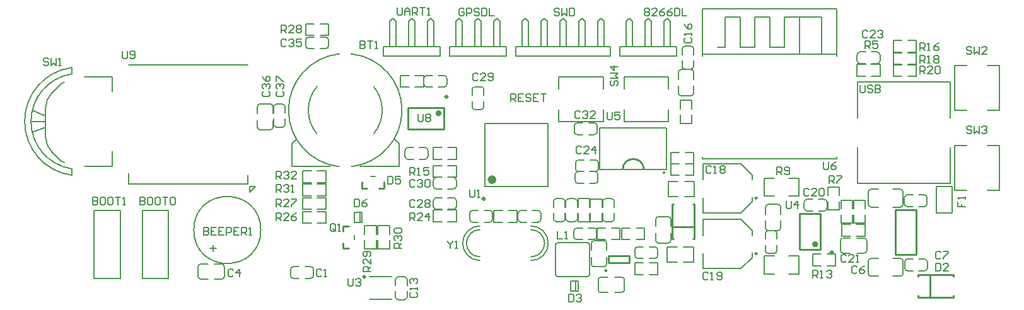
<source format=gto>
G04*
G04 #@! TF.GenerationSoftware,Altium Limited,Altium Designer,18.1.7 (191)*
G04*
G04 Layer_Color=65535*
%FSLAX25Y25*%
%MOIN*%
G70*
G01*
G75*
%ADD10C,0.00984*%
%ADD11C,0.00787*%
%ADD12C,0.01575*%
%ADD13C,0.01181*%
%ADD14C,0.00600*%
%ADD15C,0.01000*%
%ADD16C,0.00591*%
%ADD17C,0.02362*%
%ADD18C,0.00700*%
%ADD19C,0.00800*%
%ADD20C,0.00598*%
D10*
X383051Y55882D02*
G03*
X383051Y55882I-492J0D01*
G01*
Y26460D02*
G03*
X383051Y26460I-492J0D01*
G01*
X303602Y17594D02*
G03*
X303602Y17594I-492J0D01*
G01*
D11*
X387390Y28163D02*
G03*
X388965Y26588I1575J0D01*
G01*
X392035D02*
G03*
X393610Y28163I0J1575D01*
G01*
X393610Y37100D02*
G03*
X392035Y38675I-1575J-0D01*
G01*
X388965Y38675D02*
G03*
X387390Y37100I0J-1575D01*
G01*
X394051Y38663D02*
G03*
X395626Y40238I0J1575D01*
G01*
X387476Y40238D02*
G03*
X389051Y38663I1575J0D01*
G01*
X389051Y52600D02*
G03*
X387476Y51025I0J-1575D01*
G01*
X395626Y51025D02*
G03*
X394051Y52600I-1575J0D01*
G01*
X409531Y55242D02*
G03*
X407957Y53667I0J-1575D01*
G01*
Y50596D02*
G03*
X409531Y49022I1575J0D01*
G01*
X418469Y49022D02*
G03*
X420043Y50596I-0J1575D01*
G01*
X420043Y53667D02*
G03*
X418469Y55242I-1575J0D01*
G01*
X471386Y51390D02*
G03*
X472961Y52965I-0J1575D01*
G01*
Y56035D02*
G03*
X471386Y57610I-1575J0D01*
G01*
X462449Y57610D02*
G03*
X460874Y56035I0J-1575D01*
G01*
X460874Y52965D02*
G03*
X462449Y51390I1575J0D01*
G01*
X427127Y28220D02*
G03*
X428702Y26645I1575J0D01*
G01*
X428702Y34795D02*
G03*
X427127Y33220I0J-1575D01*
G01*
X441064Y33220D02*
G03*
X439489Y34795I-1575J-0D01*
G01*
X439489Y26645D02*
G03*
X441064Y28220I0J1575D01*
G01*
X443370Y23974D02*
G03*
X441795Y22400I0J-1575D01*
G01*
Y16100D02*
G03*
X443370Y14526I1575J0D01*
G01*
X458764D02*
G03*
X460339Y16100I0J1575D01*
G01*
Y22400D02*
G03*
X458764Y23974I-1575J0D01*
G01*
X471535Y17421D02*
G03*
X473110Y18996I-0J1575D01*
G01*
Y22067D02*
G03*
X471535Y23642I-1575J0D01*
G01*
X462598Y23642D02*
G03*
X461024Y22067I0J-1575D01*
G01*
X461024Y18996D02*
G03*
X462598Y17421I1575J0D01*
G01*
X144457Y136465D02*
G03*
X146031Y134890I1575J0D01*
G01*
X146031Y141110D02*
G03*
X144457Y139535I0J-1575D01*
G01*
X156543Y139535D02*
G03*
X154969Y141110I-1575J0D01*
G01*
Y134890D02*
G03*
X156543Y136465I-0J1575D01*
G01*
X132035Y93457D02*
G03*
X133610Y95031I0J1575D01*
G01*
X127390Y95031D02*
G03*
X128965Y93457I1575J0D01*
G01*
X128965Y105543D02*
G03*
X127390Y103969I0J-1575D01*
G01*
X133610D02*
G03*
X132035Y105543I-1575J-0D01*
G01*
X127075Y104252D02*
G03*
X125500Y105827I-1575J0D01*
G01*
X120500Y105827D02*
G03*
X118925Y104252I0J-1575D01*
G01*
X118925Y93465D02*
G03*
X120500Y91890I1575J0D01*
G01*
X125500Y91890D02*
G03*
X127075Y93464I0J1575D01*
G01*
X99894Y12925D02*
G03*
X101469Y14500I0J1575D01*
G01*
X101469Y19500D02*
G03*
X99894Y21075I-1575J-0D01*
G01*
X89106Y21075D02*
G03*
X87532Y19500I0J-1575D01*
G01*
X87532Y14500D02*
G03*
X89106Y12925I1575J0D01*
G01*
X138031Y19610D02*
G03*
X136457Y18035I0J-1575D01*
G01*
Y14965D02*
G03*
X138031Y13390I1575J-0D01*
G01*
X146968Y13390D02*
G03*
X148543Y14965I-0J1575D01*
G01*
X148543Y18035D02*
G03*
X146968Y19610I-1575J0D01*
G01*
X198110Y12662D02*
G03*
X196535Y14237I-1575J-0D01*
G01*
X193465D02*
G03*
X191890Y12662I0J-1575D01*
G01*
X191890Y3725D02*
G03*
X193465Y2150I1575J0D01*
G01*
X196535Y2150D02*
G03*
X198110Y3725I0J1575D01*
G01*
X224043Y65315D02*
G03*
X222468Y66890I-1575J0D01*
G01*
X222468Y60669D02*
G03*
X224043Y62244I-0J1575D01*
G01*
X211957Y62244D02*
G03*
X213531Y60669I1575J0D01*
G01*
Y66890D02*
G03*
X211957Y65315I0J-1575D01*
G01*
X224043Y54535D02*
G03*
X222468Y56110I-1575J0D01*
G01*
X222468Y49890D02*
G03*
X224043Y51465I-0J1575D01*
G01*
X211957Y51465D02*
G03*
X213531Y49890I1575J0D01*
G01*
Y56110D02*
G03*
X211957Y54535I0J-1575D01*
G01*
X286457Y90984D02*
G03*
X288032Y89410I1575J0D01*
G01*
X288032Y95630D02*
G03*
X286457Y94055I0J-1575D01*
G01*
X298543Y94055D02*
G03*
X296969Y95630I-1575J0D01*
G01*
Y89409D02*
G03*
X298543Y90984I-0J1575D01*
G01*
X286902Y65197D02*
G03*
X288476Y63622I1575J0D01*
G01*
X288476Y69842D02*
G03*
X286901Y68268I0J-1575D01*
G01*
X298988Y68268D02*
G03*
X297413Y69842I-1575J0D01*
G01*
Y63622D02*
G03*
X298988Y65197I-0J1575D01*
G01*
X283465Y55543D02*
G03*
X281890Y53969I0J-1575D01*
G01*
X288110Y53969D02*
G03*
X286535Y55543I-1575J-0D01*
G01*
X286535Y43457D02*
G03*
X288110Y45031I0J1575D01*
G01*
X281890D02*
G03*
X283465Y43457I1575J0D01*
G01*
X276965Y55543D02*
G03*
X275390Y53969I0J-1575D01*
G01*
X281610Y53969D02*
G03*
X280035Y55543I-1575J-0D01*
G01*
X280035Y43457D02*
G03*
X281610Y45031I0J1575D01*
G01*
X275390D02*
G03*
X276965Y43457I1575J0D01*
G01*
X256658Y44724D02*
G03*
X258232Y43150I1575J0D01*
G01*
X258232Y49370D02*
G03*
X256658Y47795I0J-1575D01*
G01*
X268744Y47795D02*
G03*
X267169Y49370I-1575J0D01*
G01*
Y43150D02*
G03*
X268744Y44724I-0J1575D01*
G01*
X243232Y47795D02*
G03*
X241657Y49370I-1575J0D01*
G01*
X241657Y43150D02*
G03*
X243232Y44724I-0J1575D01*
G01*
X231146Y44724D02*
G03*
X232720Y43150I1575J0D01*
G01*
Y49370D02*
G03*
X231146Y47795I0J-1575D01*
G01*
X349575Y122394D02*
G03*
X348000Y123969I-1575J0D01*
G01*
X343000Y123969D02*
G03*
X341425Y122394I0J-1575D01*
G01*
X341425Y111606D02*
G03*
X343000Y110031I1575J0D01*
G01*
X348000Y110031D02*
G03*
X349575Y111606I0J1575D01*
G01*
X343390Y125667D02*
G03*
X344965Y124092I1575J0D01*
G01*
X348035D02*
G03*
X349610Y125667I0J1575D01*
G01*
X349610Y134604D02*
G03*
X348035Y136179I-1575J-0D01*
G01*
X344965Y136179D02*
G03*
X343390Y134604I0J-1575D01*
G01*
X437532Y133183D02*
G03*
X435957Y131608I0J-1575D01*
G01*
Y128537D02*
G03*
X437532Y126962I1575J0D01*
G01*
X446468Y126962D02*
G03*
X448043Y128537I-0J1575D01*
G01*
X448043Y131608D02*
G03*
X446468Y133183I-1575J0D01*
G01*
X299165Y74535D02*
G03*
X297590Y76110I-1575J0D01*
G01*
X297591Y69890D02*
G03*
X299165Y71465I-0J1575D01*
G01*
X287079Y71465D02*
G03*
X288653Y69890I1575J0D01*
G01*
Y76110D02*
G03*
X287079Y74535I0J-1575D01*
G01*
X302965Y55543D02*
G03*
X301390Y53969I0J-1575D01*
G01*
X307610Y53969D02*
G03*
X306035Y55543I-1575J-0D01*
G01*
X306035Y43457D02*
G03*
X307610Y45031I0J1575D01*
G01*
X301390D02*
G03*
X302965Y43457I1575J0D01*
G01*
X237035Y102693D02*
G03*
X238610Y104268I0J1575D01*
G01*
X232390Y104268D02*
G03*
X233965Y102693I1575J0D01*
G01*
X233965Y114779D02*
G03*
X232390Y113205I0J-1575D01*
G01*
X238610D02*
G03*
X237035Y114779I-1575J-0D01*
G01*
X337575Y44526D02*
G03*
X336000Y46100I-1575J0D01*
G01*
X331000Y46100D02*
G03*
X329425Y44526I0J-1575D01*
G01*
X329425Y33738D02*
G03*
X331000Y32163I1575J0D01*
G01*
X336000Y32163D02*
G03*
X337575Y33738I0J1575D01*
G01*
X300606Y14075D02*
G03*
X299031Y12500I0J-1575D01*
G01*
X299031Y7500D02*
G03*
X300606Y5925I1575J0D01*
G01*
X311394Y5925D02*
G03*
X312968Y7500I0J1575D01*
G01*
X312968Y12500D02*
G03*
X311394Y14075I-1575J0D01*
G01*
X303575Y31894D02*
G03*
X302000Y33468I-1575J0D01*
G01*
X297000Y33468D02*
G03*
X295425Y31894I0J-1575D01*
G01*
X295425Y21106D02*
G03*
X297000Y19532I1575J0D01*
G01*
X302000Y19532D02*
G03*
X303575Y21106I0J1575D01*
G01*
X460339Y58995D02*
G03*
X458764Y60570I-1575J0D01*
G01*
Y51121D02*
G03*
X460339Y52696I0J1575D01*
G01*
X441795D02*
G03*
X443370Y51121I1575J0D01*
G01*
Y60570D02*
G03*
X441795Y58995I0J-1575D01*
G01*
X219043Y119252D02*
G03*
X217469Y120827I-1575J0D01*
G01*
X217469Y114606D02*
G03*
X219043Y116181I-0J1575D01*
G01*
X206957Y116181D02*
G03*
X208531Y114606I1575J0D01*
G01*
Y120827D02*
G03*
X206957Y119252I0J-1575D01*
G01*
X209043Y81041D02*
G03*
X207469Y82616I-1575J0D01*
G01*
X207469Y76396D02*
G03*
X209043Y77970I-0J1575D01*
G01*
X196957Y77970D02*
G03*
X198531Y76396I1575J0D01*
G01*
Y82616D02*
G03*
X196957Y81041I0J-1575D01*
G01*
X298293Y38535D02*
G03*
X296719Y40110I-1575J0D01*
G01*
X296719Y33890D02*
G03*
X298293Y35465I-0J1575D01*
G01*
X286207Y35465D02*
G03*
X287782Y33890I1575J0D01*
G01*
Y40110D02*
G03*
X286207Y38535I0J-1575D01*
G01*
X318457Y25465D02*
G03*
X320031Y23890I1575J0D01*
G01*
X320031Y30110D02*
G03*
X318457Y28535I0J-1575D01*
G01*
X330543Y28535D02*
G03*
X328969Y30110I-1575J0D01*
G01*
Y23890D02*
G03*
X330543Y25465I-0J1575D01*
G01*
X287287Y6563D02*
Y12075D01*
X288469Y6563D02*
Y12075D01*
X284531Y6563D02*
Y12075D01*
X288469D01*
X284531Y6563D02*
X288469D01*
X374587Y73992D02*
X380492Y68087D01*
X374587Y48008D02*
X380492Y53913D01*
X354508Y48008D02*
Y56079D01*
Y65528D02*
Y73992D01*
Y48008D02*
X374587D01*
X354508Y73992D02*
X374587D01*
X380492Y53913D02*
Y56472D01*
Y65528D02*
Y68087D01*
X374587Y44570D02*
X380492Y38665D01*
X374587Y18586D02*
X380492Y24492D01*
X354508Y18586D02*
Y26657D01*
Y36106D02*
Y44570D01*
Y18586D02*
X374587D01*
X354508Y44570D02*
X374587D01*
X380492Y24492D02*
Y27051D01*
Y36106D02*
Y38665D01*
X393610Y28163D02*
Y31057D01*
X393610Y34207D02*
Y37100D01*
X387390Y34207D02*
Y37100D01*
X388965Y26588D02*
X392035D01*
X388965Y38675D02*
X392035D01*
X387390Y28163D02*
Y31057D01*
X386728Y66356D02*
X392063D01*
X405272Y56907D02*
Y66356D01*
X386728Y56907D02*
Y66356D01*
Y56907D02*
X392063D01*
X399937D02*
X405272D01*
X399937Y66356D02*
X405272D01*
X395626Y47403D02*
Y51025D01*
Y40238D02*
Y43860D01*
X387476Y40238D02*
Y43860D01*
X389051Y38663D02*
X394051D01*
X387476Y47403D02*
Y51025D01*
X389051Y52600D02*
X394051D01*
X426610Y57207D02*
Y61675D01*
Y49589D02*
Y54057D01*
X420390Y57207D02*
Y61675D01*
Y49589D02*
X426610D01*
X420390Y61675D02*
X426610D01*
X420390Y49589D02*
Y54057D01*
X409531Y49022D02*
X412425D01*
X415575Y49022D02*
X418469D01*
X415575Y55242D02*
X418469D01*
X407957Y50596D02*
Y53667D01*
X420043Y50596D02*
Y53667D01*
X409531Y55242D02*
X412425D01*
X412457Y26242D02*
X416925D01*
X420075D02*
X424543D01*
X412457Y20021D02*
X416925D01*
X424543D02*
Y26242D01*
X412457Y20021D02*
Y26242D01*
X420075Y20021D02*
X424543D01*
X468492Y57610D02*
X471386D01*
X462449Y57610D02*
X465343D01*
X462449Y51390D02*
X465343D01*
X472961Y52965D02*
Y56035D01*
X460874Y52965D02*
Y56035D01*
X468492Y51390D02*
X471386D01*
X435867Y26645D02*
X439489D01*
X428702D02*
X432324D01*
X428702Y34795D02*
X432324D01*
X427127Y28220D02*
Y33220D01*
X435867Y34795D02*
X439489D01*
X441064Y28220D02*
Y33220D01*
X441795Y16100D02*
Y22400D01*
X460339Y16100D02*
Y22400D01*
X443370Y23974D02*
X447130D01*
X455004D02*
X458764D01*
X455004Y14526D02*
X458764D01*
X443370D02*
X447130D01*
X468642Y23642D02*
X471535D01*
X462598Y23642D02*
X465492D01*
X462598Y17421D02*
X465492D01*
X473110Y18996D02*
Y22067D01*
X461024Y18996D02*
Y22067D01*
X468642Y17421D02*
X471535D01*
X455151Y126682D02*
X459620D01*
X462769D02*
X467238D01*
X455151Y120462D02*
X459620D01*
X467238D02*
Y126682D01*
X455151Y120462D02*
Y126682D01*
X462769Y120462D02*
X467238D01*
X455151Y132683D02*
X459620D01*
X462769D02*
X467238D01*
X455151Y126462D02*
X459620D01*
X467238D02*
Y132683D01*
X455151Y126462D02*
Y132683D01*
X462769Y126462D02*
X467238D01*
X455151Y139182D02*
X459620D01*
X462769D02*
X467238D01*
X455151Y132962D02*
X459620D01*
X467238D02*
Y139182D01*
X455151Y132962D02*
Y139182D01*
X462769Y132962D02*
X467238D01*
X194587Y120827D02*
X199055D01*
X206673Y114606D02*
Y120827D01*
X194587Y114606D02*
Y120827D01*
X202205D02*
X206673D01*
X194587Y114606D02*
X199055D01*
X202205D02*
X206673D01*
X178819Y67175D02*
X181181D01*
X152075Y141890D02*
X156543D01*
X144457D02*
Y148110D01*
X156543Y141890D02*
Y148110D01*
X144457Y141890D02*
X148925D01*
X152075Y148110D02*
X156543D01*
X144457D02*
X148925D01*
X152075Y134890D02*
X154969D01*
X144457Y136465D02*
Y139535D01*
X156543Y136465D02*
Y139535D01*
X146031Y134890D02*
X148925D01*
X146031Y141110D02*
X148925D01*
X152075Y141110D02*
X154969D01*
X133610Y101075D02*
Y103969D01*
X128965Y93457D02*
X132035D01*
X128965Y105543D02*
X132035D01*
X133610Y95031D02*
Y97925D01*
X127390Y95031D02*
Y97925D01*
X127390Y101075D02*
Y103969D01*
X120500Y105827D02*
X125500D01*
X118925Y100630D02*
Y104252D01*
X120500Y91890D02*
X125500D01*
X118925Y93465D02*
Y97087D01*
X127075Y93464D02*
Y97087D01*
Y100630D02*
Y104252D01*
X101469Y14500D02*
Y19500D01*
X96272Y21075D02*
X99894D01*
X87532Y14500D02*
Y19500D01*
X89106Y21075D02*
X92728D01*
X89106Y12925D02*
X92728D01*
X96272D02*
X99894D01*
X138031Y13390D02*
X140925D01*
X144075Y13390D02*
X146968D01*
X144075Y19610D02*
X146968D01*
X136457Y14965D02*
Y18035D01*
X148543Y14965D02*
Y18035D01*
X138031Y19610D02*
X140925D01*
X175496Y29093D02*
Y33561D01*
Y41179D02*
X181717D01*
X175496Y29093D02*
X181717D01*
X175496Y36711D02*
Y41179D01*
X181717Y29093D02*
Y33561D01*
Y36711D02*
Y41179D01*
X182496Y29093D02*
Y33561D01*
Y41179D02*
X188716D01*
X182496Y29093D02*
X188716D01*
X182496Y36711D02*
Y41179D01*
X188716Y29093D02*
Y33561D01*
Y36711D02*
Y41179D01*
X170150Y33955D02*
Y36317D01*
X170331Y42880D02*
X174268D01*
X170331Y48392D02*
X174268D01*
X170331Y42880D02*
Y48392D01*
X174268Y42880D02*
Y48392D01*
X173087Y42880D02*
Y48392D01*
X142988Y63364D02*
X147457D01*
X155075Y57144D02*
Y63364D01*
X142988Y57144D02*
Y63364D01*
X150606D02*
X155075D01*
X142988Y57144D02*
X147457D01*
X150606D02*
X155075D01*
X142988Y70364D02*
X147457D01*
X155075Y64144D02*
Y70364D01*
X142988Y64144D02*
Y70364D01*
X150606D02*
X155075D01*
X142988Y64144D02*
X147457D01*
X150606D02*
X155075D01*
X345043Y73890D02*
X349512D01*
X337425D02*
Y80110D01*
X349512Y73890D02*
Y80110D01*
X337425Y73890D02*
X341894D01*
X345043Y80110D02*
X349512D01*
X337425D02*
X341894D01*
X345075Y67890D02*
X349543D01*
X337457D02*
Y74110D01*
X349543Y67890D02*
Y74110D01*
X337457Y67890D02*
X341925D01*
X345075Y74110D02*
X349543D01*
X337457D02*
X341925D01*
X220630Y135937D02*
X250630D01*
X220630Y130937D02*
Y135937D01*
X250630Y130937D02*
Y135937D01*
X220630Y130937D02*
X250630D01*
X247297Y135937D02*
Y149270D01*
X245630Y150937D02*
X247297Y149270D01*
X243963D02*
X245630Y150937D01*
X243963Y135937D02*
Y149270D01*
X237297Y135937D02*
Y149270D01*
X235630Y150937D02*
X237297Y149270D01*
X233963D02*
X235630Y150937D01*
X233963Y135937D02*
Y149270D01*
X227297Y135937D02*
Y149270D01*
X225630Y150937D02*
X227297Y149270D01*
X223963D02*
X225630Y150937D01*
X223963Y135937D02*
Y149270D01*
X191890Y9769D02*
Y12662D01*
X191890Y3725D02*
Y6619D01*
X198110Y3725D02*
Y6619D01*
X193465Y14237D02*
X196535D01*
X193465Y2150D02*
X196535D01*
X198110Y9769D02*
Y12662D01*
X211957Y82610D02*
X216425D01*
X224043Y76390D02*
Y82610D01*
X211957Y76390D02*
Y82610D01*
X219575D02*
X224043D01*
X211957Y76390D02*
X216425D01*
X219575D02*
X224043D01*
X211957Y73110D02*
X216425D01*
X224043Y66890D02*
Y73110D01*
X211957Y66890D02*
Y73110D01*
X219575D02*
X224043D01*
X211957Y66890D02*
X216425D01*
X219575D02*
X224043D01*
X213531Y66890D02*
X216425D01*
X224043Y62244D02*
Y65315D01*
X211957Y62244D02*
Y65315D01*
X219575Y66890D02*
X222468D01*
X219575Y60669D02*
X222468D01*
X213531Y60669D02*
X216425D01*
X213531Y56110D02*
X216425D01*
X224043Y51465D02*
Y54535D01*
X211957Y51465D02*
Y54535D01*
X219575Y56110D02*
X222468D01*
X219575Y49890D02*
X222468D01*
X213531Y49890D02*
X216425D01*
X211957Y49520D02*
X216425D01*
X224043Y43299D02*
Y49520D01*
X211957Y43299D02*
Y49520D01*
X219575D02*
X224043D01*
X211957Y43299D02*
X216425D01*
X219575D02*
X224043D01*
X294075Y89410D02*
X296969D01*
X286457Y90984D02*
Y94055D01*
X298543Y90984D02*
Y94055D01*
X288032Y89410D02*
X290925D01*
X288032Y95630D02*
X290925D01*
X294075Y95630D02*
X296969D01*
X294520Y63622D02*
X297413D01*
X286902Y65197D02*
Y68268D01*
X298988Y65197D02*
Y68268D01*
X288476Y63622D02*
X291370D01*
X288476Y69842D02*
X291370D01*
X294520Y69842D02*
X297413D01*
X288390Y43457D02*
Y47925D01*
Y55543D02*
X294610D01*
X288390Y43457D02*
X294610D01*
X288390Y51075D02*
Y55543D01*
X294610Y43457D02*
Y47925D01*
Y51075D02*
Y55543D01*
X281890Y45031D02*
Y47925D01*
X283465Y55543D02*
X286535D01*
X283465Y43457D02*
X286535D01*
X281890Y51075D02*
Y53969D01*
X288110Y51075D02*
Y53969D01*
X288110Y45031D02*
Y47925D01*
X275390Y45031D02*
Y47925D01*
X276965Y55543D02*
X280035D01*
X276965Y43457D02*
X280035D01*
X275390Y51075D02*
Y53969D01*
X281610Y51075D02*
Y53969D01*
X281610Y45031D02*
Y47925D01*
X264276Y43150D02*
X267169D01*
X256658Y44724D02*
Y47795D01*
X268744Y44724D02*
Y47795D01*
X258232Y43150D02*
X261126D01*
X258232Y49370D02*
X261126D01*
X264276Y49370D02*
X267169D01*
X243941D02*
X248410D01*
X256028Y43150D02*
Y49370D01*
X243941Y43150D02*
Y49370D01*
X251559D02*
X256028D01*
X243941Y43150D02*
X248410D01*
X251559D02*
X256028D01*
X232720Y49370D02*
X235614D01*
X243232Y44724D02*
Y47795D01*
X231146Y44724D02*
Y47795D01*
X238764Y49370D02*
X241657D01*
X238764Y43150D02*
X241657D01*
X232720Y43150D02*
X235614D01*
X272638Y62008D02*
Y95473D01*
X239173Y62008D02*
Y95473D01*
X272638D01*
X239173Y62008D02*
X272638D01*
X150575Y49890D02*
X155043D01*
X142957D02*
Y56110D01*
X155043Y49890D02*
Y56110D01*
X142957Y49890D02*
X147425D01*
X150575Y56110D02*
X155043D01*
X142957D02*
X147425D01*
X142957Y48746D02*
X147425D01*
X155043Y42526D02*
Y48746D01*
X142957Y42526D02*
Y48746D01*
X150575D02*
X155043D01*
X142957Y42526D02*
X147425D01*
X150575D02*
X155043D01*
X343000Y123969D02*
X348000D01*
X341425Y118772D02*
Y122394D01*
X343000Y110031D02*
X348000D01*
X341425Y111606D02*
Y115228D01*
X349575Y111606D02*
Y115228D01*
Y118772D02*
Y122394D01*
X349610Y125667D02*
Y128560D01*
X349610Y131710D02*
Y134604D01*
X343390Y131710D02*
Y134604D01*
X344965Y124092D02*
X348035D01*
X344965Y136179D02*
X348035D01*
X343390Y125667D02*
Y128560D01*
X443606Y120462D02*
X448075D01*
X435988D02*
X440457D01*
X443606Y126682D02*
X448075D01*
X435988Y120462D02*
Y126682D01*
X448075Y120462D02*
Y126682D01*
X435988D02*
X440457D01*
X342390Y95457D02*
Y99925D01*
Y107543D02*
X348610D01*
X342390Y95457D02*
X348610D01*
X342390Y103075D02*
Y107543D01*
X348610Y95457D02*
Y99925D01*
Y103075D02*
Y107543D01*
X437532Y126962D02*
X440425D01*
X443575Y126962D02*
X446468D01*
X443575Y133183D02*
X446468D01*
X435957Y128537D02*
Y131608D01*
X448043Y128537D02*
Y131608D01*
X437532Y133183D02*
X440425D01*
X255630Y130937D02*
X305630D01*
X258963Y135937D02*
Y149270D01*
X260630Y150937D01*
X262297Y149270D01*
Y135937D02*
Y149270D01*
X268963Y135937D02*
Y149270D01*
X270630Y150937D01*
X272297Y149270D01*
Y135937D02*
Y149270D01*
X278963Y135937D02*
Y149270D01*
X280630Y150937D01*
X282296Y149270D01*
Y135937D02*
Y149270D01*
X288963Y135937D02*
Y149270D01*
X290630Y150937D01*
X292297Y149270D01*
Y135937D02*
Y149270D01*
X298963Y135937D02*
Y149270D01*
X300630Y150937D01*
X302296Y149270D01*
Y135937D02*
Y149270D01*
X305630Y130937D02*
Y135937D01*
X255630D02*
X305630D01*
X255630Y130937D02*
Y135937D01*
X310630D02*
X340630D01*
X310630Y130937D02*
Y135937D01*
X340630Y130937D02*
Y135937D01*
X310630Y130937D02*
X340630D01*
X337297Y135937D02*
Y149270D01*
X335630Y150937D02*
X337297Y149270D01*
X333963D02*
X335630Y150937D01*
X333963Y135937D02*
Y149270D01*
X327296Y135937D02*
Y149270D01*
X325630Y150937D02*
X327296Y149270D01*
X323963D02*
X325630Y150937D01*
X323963Y135937D02*
Y149270D01*
X317297Y135937D02*
Y149270D01*
X315630Y150937D02*
X317297Y149270D01*
X313963D02*
X315630Y150937D01*
X313963Y135937D02*
Y149270D01*
X185630Y135937D02*
X215630D01*
X185630Y130937D02*
Y135937D01*
X215630Y130937D02*
Y135937D01*
X185630Y130937D02*
X215630D01*
X212297Y135937D02*
Y149270D01*
X210630Y150937D02*
X212297Y149270D01*
X208963D02*
X210630Y150937D01*
X208963Y135937D02*
Y149270D01*
X202296Y135937D02*
Y149270D01*
X200630Y150937D02*
X202296Y149270D01*
X198963D02*
X200630Y150937D01*
X198963Y135937D02*
Y149270D01*
X192297Y135937D02*
Y149270D01*
X190630Y150937D02*
X192297Y149270D01*
X188963D02*
X190630Y150937D01*
X188963Y135937D02*
Y149270D01*
X477925Y48031D02*
Y61968D01*
X486075D01*
X477925Y48031D02*
X486075D01*
Y61968D01*
X288653Y76110D02*
X291547D01*
X299165Y71465D02*
Y74535D01*
X287079Y71465D02*
Y74535D01*
X294697Y76110D02*
X297590D01*
X294697Y69890D02*
X297591D01*
X288653Y69890D02*
X291547D01*
X301114Y50988D02*
Y55457D01*
X294894Y43370D02*
X301114D01*
X294894Y55457D02*
X301114D01*
Y43370D02*
Y47839D01*
X294894Y50988D02*
Y55457D01*
Y43370D02*
Y47839D01*
X301390Y45031D02*
Y47925D01*
X302965Y55543D02*
X306035D01*
X302965Y43457D02*
X306035D01*
X301390Y51075D02*
Y53969D01*
X307610Y51075D02*
Y53969D01*
X307610Y45031D02*
Y47925D01*
X238610Y110311D02*
Y113205D01*
X233965Y102693D02*
X237035D01*
X233965Y114779D02*
X237035D01*
X238610Y104268D02*
Y107161D01*
X232390Y104268D02*
Y107161D01*
X232390Y110311D02*
Y113205D01*
X336032Y64707D02*
X341228D01*
X344772D02*
X349969D01*
X344772Y56557D02*
X349969D01*
X336032D02*
X341228D01*
X336032D02*
Y64707D01*
X349969Y56557D02*
Y64707D01*
X440270Y50307D02*
Y54775D01*
X434049Y42689D02*
X440270D01*
X434049Y54775D02*
X440270D01*
Y42689D02*
Y47157D01*
X434049Y50307D02*
Y54775D01*
Y42689D02*
Y47157D01*
X335531Y30075D02*
X340728D01*
X344272D02*
X349468D01*
X344272Y21925D02*
X349468D01*
X335531D02*
X340728D01*
X335531D02*
Y30075D01*
X349468Y21925D02*
Y30075D01*
X399937Y25224D02*
X405272D01*
X399937Y15776D02*
X405272D01*
X386728D02*
X392063D01*
X386728D02*
Y25224D01*
X405272Y15776D02*
Y25224D01*
X386728D02*
X392063D01*
X331000Y46100D02*
X336000D01*
X329425Y40903D02*
Y44526D01*
X331000Y32163D02*
X336000D01*
X329425Y33738D02*
Y37360D01*
X337575Y33738D02*
Y37360D01*
Y40903D02*
Y44526D01*
X299031Y7500D02*
Y12500D01*
X300606Y5925D02*
X304228D01*
X312968Y7500D02*
Y12500D01*
X307772Y5925D02*
X311394D01*
X307772Y14075D02*
X311394D01*
X300606D02*
X304228D01*
X297000Y33468D02*
X302000D01*
X295425Y28272D02*
Y31894D01*
X297000Y19532D02*
X302000D01*
X295425Y21106D02*
Y24728D01*
X303575Y21106D02*
Y24728D01*
Y28272D02*
Y31894D01*
X433610Y50307D02*
Y54775D01*
X427390Y42689D02*
X433610D01*
X427390Y54775D02*
X433610D01*
Y42689D02*
Y47157D01*
X427390Y50307D02*
Y54775D01*
Y42689D02*
Y47157D01*
X443370Y51121D02*
X447130D01*
X455004D02*
X458764D01*
X455004Y60570D02*
X458764D01*
X443370D02*
X447130D01*
X460339Y52696D02*
Y58995D01*
X441795Y52696D02*
Y58995D01*
X208531Y120827D02*
X211425D01*
X219043Y116181D02*
Y119252D01*
X206957Y116181D02*
Y119252D01*
X214575Y120827D02*
X217469D01*
X214575Y114606D02*
X217469D01*
X208531Y114606D02*
X211425D01*
X198531Y82616D02*
X201425D01*
X209043Y77970D02*
Y81041D01*
X196957Y77970D02*
Y81041D01*
X204575Y82616D02*
X207469D01*
X204575Y76396D02*
X207469D01*
X198531Y76396D02*
X201425D01*
X311457Y40110D02*
X315925D01*
X323543Y33890D02*
Y40110D01*
X311457Y33890D02*
Y40110D01*
X319075D02*
X323543D01*
X311457Y33890D02*
X315925D01*
X319075D02*
X323543D01*
X427957Y41842D02*
X432425D01*
X440043Y35622D02*
Y41842D01*
X427957Y35622D02*
Y41842D01*
X435575D02*
X440043D01*
X427957Y35622D02*
X432425D01*
X435575D02*
X440043D01*
X306075Y33890D02*
X310543D01*
X298457D02*
Y40110D01*
X310543Y33890D02*
Y40110D01*
X298457Y33890D02*
X302925D01*
X306075Y40110D02*
X310543D01*
X298457D02*
X302925D01*
X287782D02*
X290675D01*
X298293Y35465D02*
Y38535D01*
X286207Y35465D02*
Y38535D01*
X293825Y40110D02*
X296719D01*
X293825Y33890D02*
X296719D01*
X287782Y33890D02*
X290675D01*
X326075Y23890D02*
X328969D01*
X318457Y25465D02*
Y28535D01*
X330543Y25465D02*
Y28535D01*
X320031Y23890D02*
X322925D01*
X320031Y30110D02*
X322925D01*
X326075Y30110D02*
X328969D01*
X318457Y21610D02*
X322925D01*
X330543Y15390D02*
Y21610D01*
X318457Y15390D02*
Y21610D01*
X326075D02*
X330543D01*
X318457Y15390D02*
X322925D01*
X326075D02*
X330543D01*
D12*
X414543Y31439D02*
G03*
X414543Y31439I-787J0D01*
G01*
X215480Y100756D02*
G03*
X215480Y100756I-787J0D01*
G01*
D13*
X423106Y27305D02*
G03*
X423106Y27305I-591J0D01*
G01*
X219417Y109516D02*
G03*
X219417Y109516I-591J0D01*
G01*
X175839Y14224D02*
G03*
X175839Y14224I-500J0D01*
G01*
X239173Y55512D02*
G03*
X239173Y55512I-591J0D01*
G01*
D14*
X120717Y39000D02*
G03*
X120717Y39000I-17717J0D01*
G01*
D15*
X323172Y71000D02*
G03*
X312072Y71000I-5550J0D01*
G01*
X334138Y69384D02*
G03*
X334138Y69384I-316J0D01*
G01*
X405488Y47581D02*
X416512D01*
X405488Y28683D02*
X416512D01*
X405488D02*
Y47581D01*
X416512Y28683D02*
Y47581D01*
X198551Y103512D02*
X217449D01*
X198551Y92488D02*
X217449D01*
Y103512D01*
X198551Y92488D02*
Y103512D01*
X183150Y61073D02*
X185748D01*
Y64281D01*
X174252Y61073D02*
Y64281D01*
Y61073D02*
X176850D01*
X174252D02*
X176850D01*
X174252D02*
X176850D01*
X164047Y29388D02*
Y31986D01*
Y29388D02*
X167256D01*
X164047Y40884D02*
X167256D01*
X164047Y38286D02*
Y40884D01*
Y38286D02*
Y40884D01*
Y38286D02*
Y40884D01*
X349905Y34248D02*
Y52752D01*
X338094Y40547D02*
X349905D01*
X338094Y34248D02*
Y52752D01*
Y34248D02*
X338882D01*
X349118D02*
X349905D01*
X349118Y52752D02*
X349905D01*
X338094D02*
X338882D01*
X486752Y14437D02*
Y15224D01*
Y3413D02*
Y4201D01*
X468248Y3413D02*
Y4201D01*
Y14437D02*
Y15224D01*
X486752D01*
X474547Y3413D02*
Y15224D01*
X468248Y3413D02*
X486752D01*
X304488Y21531D02*
Y25469D01*
X315512Y21531D02*
Y25469D01*
X304488Y21531D02*
X315512D01*
X304488Y25469D02*
X315512D01*
X456181Y25921D02*
Y49543D01*
X467205D01*
Y25921D02*
Y49543D01*
X456181Y25921D02*
X467205D01*
D16*
X229378Y32000D02*
G03*
X236582Y24795I7205J0D01*
G01*
Y39205D02*
G03*
X229378Y32000I0J-7205D01*
G01*
X270716D02*
G03*
X263512Y39205I-7205J0D01*
G01*
Y24795D02*
G03*
X270716Y32000I0J7205D01*
G01*
X227409D02*
G03*
X236582Y22827I9173J0D01*
G01*
Y41173D02*
G03*
X227409Y32000I0J-9173D01*
G01*
X272685D02*
G03*
X263512Y41173I-9173J0D01*
G01*
Y22827D02*
G03*
X272685Y32000I0J9173D01*
G01*
D17*
X244094Y65650D02*
G03*
X244094Y65650I-1181J0D01*
G01*
D18*
X180354Y89862D02*
G03*
X180363Y114851I-15000J12500D01*
G01*
X150345D02*
G03*
X150336Y89885I15009J-12489D01*
G01*
X135354Y102362D02*
G03*
X162074Y72542I30000J0D01*
G01*
Y132182D02*
G03*
X135354Y102362I3280J-29820D01*
G01*
X168634Y72542D02*
G03*
X168634Y132182I-3280J29820D01*
G01*
X137008Y84646D02*
X139370Y87008D01*
X191437Y86909D02*
X193701Y84646D01*
Y72835D02*
Y84646D01*
X173228Y72835D02*
X193701D01*
X137008D02*
Y84646D01*
Y72835D02*
X157480D01*
D19*
X20679Y124927D02*
G03*
X20679Y67986I3927J-28471D01*
G01*
X20745Y121555D02*
G03*
X20885Y71337I3861J-25098D01*
G01*
X10425Y111803D02*
G03*
X6890Y103268I8535J-8535D01*
G01*
X16732Y117126D02*
G03*
X15052Y116430I0J-2376D01*
G01*
Y75499D02*
G03*
X16732Y74803I1680J1680D01*
G01*
X6890Y88661D02*
G03*
X10425Y80126I12071J0D01*
G01*
X504750Y83661D02*
X511050D01*
Y60039D02*
Y83661D01*
X504750Y60039D02*
X511050D01*
X487428D02*
X493727D01*
X487428Y83661D02*
X493727D01*
X487428Y60039D02*
Y83661D01*
Y102362D02*
X493727D01*
X487428D02*
Y125984D01*
X493727D01*
X504750D02*
X511050D01*
X504750Y102362D02*
X511050D01*
Y125984D01*
X485236Y63779D02*
Y82677D01*
X436024Y63779D02*
X485236D01*
X436024D02*
Y82677D01*
Y98425D02*
Y117323D01*
X485236D01*
Y98425D02*
Y117323D01*
X312689Y120047D02*
X336311D01*
Y113748D02*
Y120047D01*
X312689Y113748D02*
Y120047D01*
Y96425D02*
Y102724D01*
Y96425D02*
X336311D01*
Y102724D01*
X299922Y71000D02*
X335222D01*
Y93000D01*
X299922D02*
X335222D01*
X299922Y71000D02*
Y93000D01*
X278279Y96425D02*
X301902D01*
X278279D02*
Y102724D01*
X301902Y96425D02*
Y102724D01*
Y113748D02*
Y120047D01*
X278279D02*
X301902D01*
X278279Y113748D02*
Y120047D01*
X178094Y2413D02*
X189906D01*
X178094Y14224D02*
X189906D01*
X51004Y63445D02*
X113996D01*
X51004Y126437D02*
X113996D01*
Y63445D02*
Y67972D01*
X51004Y63445D02*
Y68957D01*
X114980Y59114D02*
Y62067D01*
Y59114D02*
X117933Y62067D01*
X114980D02*
X117933D01*
X58213Y49295D02*
X71992D01*
Y13468D02*
Y49295D01*
X58213Y13468D02*
X71992D01*
X58213D02*
Y49295D01*
X32622Y49180D02*
X46402D01*
Y13353D02*
Y49180D01*
X32622Y13353D02*
X46402D01*
X32622D02*
Y49180D01*
X354331Y130905D02*
Y131890D01*
X425197Y130905D02*
Y131890D01*
X354331Y76772D02*
Y77756D01*
X425197Y76772D02*
Y77756D01*
X354331Y155905D02*
X425197D01*
Y131890D02*
Y155905D01*
X354331Y76772D02*
X425197D01*
X354331Y131890D02*
Y155905D01*
Y131890D02*
X425197D01*
X417323D02*
Y151575D01*
X405512D02*
X417323D01*
X405512Y131890D02*
Y151575D01*
X397638D02*
X405512D01*
X397638Y135827D02*
Y151575D01*
X389764Y135827D02*
X397638D01*
X389764D02*
Y151575D01*
X381890D02*
X389764D01*
X381890Y135827D02*
Y151575D01*
X374016Y135827D02*
X381890D01*
X374016D02*
Y151575D01*
X366142D02*
X374016D01*
X366142Y135827D02*
Y151575D01*
X362205Y135827D02*
X366142D01*
X0Y90551D02*
X6890Y93504D01*
X0Y102362D02*
X6890Y99410D01*
X-410Y96457D02*
X6890D01*
X20885Y67986D02*
Y71337D01*
X20679Y121555D02*
Y124927D01*
X27559Y72835D02*
X42323D01*
Y80709D01*
X27559Y120079D02*
X42323D01*
Y112205D02*
Y120079D01*
X6890Y102362D02*
Y103268D01*
X10425Y111803D02*
X15052Y116430D01*
X10425Y80126D02*
X15052Y75499D01*
X6890Y88661D02*
Y102362D01*
X283465Y4983D02*
Y984D01*
X285464D01*
X286130Y1651D01*
Y4316D01*
X285464Y4983D01*
X283465D01*
X287463Y4316D02*
X288130Y4983D01*
X289463D01*
X290129Y4316D01*
Y3650D01*
X289463Y2984D01*
X288796D01*
X289463D01*
X290129Y2317D01*
Y1651D01*
X289463Y984D01*
X288130D01*
X287463Y1651D01*
X277500Y38447D02*
Y34449D01*
X280166D01*
X281499D02*
X282832D01*
X282165D01*
Y38447D01*
X281499Y37781D01*
X358965Y72230D02*
X358299Y72896D01*
X356966D01*
X356299Y72230D01*
Y69564D01*
X356966Y68898D01*
X358299D01*
X358965Y69564D01*
X360298Y68898D02*
X361631D01*
X360964D01*
Y72896D01*
X360298Y72230D01*
X363630D02*
X364297Y72896D01*
X365630D01*
X366296Y72230D01*
Y71563D01*
X365630Y70897D01*
X366296Y70231D01*
Y69564D01*
X365630Y68898D01*
X364297D01*
X363630Y69564D01*
Y70231D01*
X364297Y70897D01*
X363630Y71563D01*
Y72230D01*
X364297Y70897D02*
X365630D01*
X357174Y16127D02*
X356507Y16794D01*
X355174D01*
X354508Y16127D01*
Y13462D01*
X355174Y12795D01*
X356507D01*
X357174Y13462D01*
X358507Y12795D02*
X359840D01*
X359173D01*
Y16794D01*
X358507Y16127D01*
X361839Y13462D02*
X362505Y12795D01*
X363838D01*
X364505Y13462D01*
Y16127D01*
X363838Y16794D01*
X362505D01*
X361839Y16127D01*
Y15461D01*
X362505Y14795D01*
X364505D01*
X393610Y68268D02*
Y72266D01*
X395610D01*
X396276Y71600D01*
Y70267D01*
X395610Y69601D01*
X393610D01*
X394943D02*
X396276Y68268D01*
X397609Y68934D02*
X398275Y68268D01*
X399608D01*
X400275Y68934D01*
Y71600D01*
X399608Y72266D01*
X398275D01*
X397609Y71600D01*
Y70934D01*
X398275Y70267D01*
X400275D01*
X398622Y54196D02*
Y50863D01*
X399289Y50197D01*
X400621D01*
X401288Y50863D01*
Y54196D01*
X404620Y50197D02*
Y54196D01*
X402621Y52196D01*
X405287D01*
X421260Y63779D02*
Y67778D01*
X423259D01*
X423926Y67112D01*
Y65779D01*
X423259Y65112D01*
X421260D01*
X422593D02*
X423926Y63779D01*
X425259Y67778D02*
X427924D01*
Y67112D01*
X425259Y64446D01*
Y63779D01*
X410623Y60240D02*
X409956Y60906D01*
X408623D01*
X407957Y60240D01*
Y57574D01*
X408623Y56907D01*
X409956D01*
X410623Y57574D01*
X414621Y56907D02*
X411955D01*
X414621Y59573D01*
Y60240D01*
X413955Y60906D01*
X412622D01*
X411955Y60240D01*
X415954D02*
X416621Y60906D01*
X417953D01*
X418620Y60240D01*
Y57574D01*
X417953Y56907D01*
X416621D01*
X415954Y57574D01*
Y60240D01*
X412457Y13780D02*
Y17778D01*
X414456D01*
X415123Y17112D01*
Y15779D01*
X414456Y15112D01*
X412457D01*
X413790D02*
X415123Y13780D01*
X416455D02*
X417788D01*
X417122D01*
Y17778D01*
X416455Y17112D01*
X419788D02*
X420454Y17778D01*
X421787D01*
X422453Y17112D01*
Y16445D01*
X421787Y15779D01*
X421121D01*
X421787D01*
X422453Y15112D01*
Y14446D01*
X421787Y13780D01*
X420454D01*
X419788Y14446D01*
X430056Y25399D02*
X429389Y26066D01*
X428056D01*
X427390Y25399D01*
Y22733D01*
X428056Y22067D01*
X429389D01*
X430056Y22733D01*
X434054Y22067D02*
X431389D01*
X434054Y24733D01*
Y25399D01*
X433388Y26066D01*
X432055D01*
X431389Y25399D01*
X435387Y22067D02*
X436720D01*
X436054D01*
Y26066D01*
X435387Y25399D01*
X435737Y19433D02*
X435070Y20099D01*
X433737D01*
X433071Y19433D01*
Y16767D01*
X433737Y16100D01*
X435070D01*
X435737Y16767D01*
X439735Y20099D02*
X438403Y19433D01*
X437070Y18100D01*
Y16767D01*
X437736Y16100D01*
X439069D01*
X439735Y16767D01*
Y17433D01*
X439069Y18100D01*
X437070D01*
X480028Y26954D02*
X479361Y27621D01*
X478029D01*
X477362Y26954D01*
Y24288D01*
X478029Y23622D01*
X479361D01*
X480028Y24288D01*
X481361Y27621D02*
X484027D01*
Y26954D01*
X481361Y24288D01*
Y23622D01*
X469163Y121572D02*
Y125571D01*
X471162D01*
X471829Y124905D01*
Y123572D01*
X471162Y122905D01*
X469163D01*
X470496D02*
X471829Y121572D01*
X475827D02*
X473162D01*
X475827Y124238D01*
Y124905D01*
X475161Y125571D01*
X473828D01*
X473162Y124905D01*
X477160D02*
X477827Y125571D01*
X479160D01*
X479826Y124905D01*
Y122239D01*
X479160Y121572D01*
X477827D01*
X477160Y122239D01*
Y124905D01*
X469163Y127500D02*
Y131499D01*
X471162D01*
X471829Y130832D01*
Y129499D01*
X471162Y128833D01*
X469163D01*
X470496D02*
X471829Y127500D01*
X473162D02*
X474494D01*
X473828D01*
Y131499D01*
X473162Y130832D01*
X476494D02*
X477160Y131499D01*
X478493D01*
X479160Y130832D01*
Y130166D01*
X478493Y129499D01*
X479160Y128833D01*
Y128166D01*
X478493Y127500D01*
X477160D01*
X476494Y128166D01*
Y128833D01*
X477160Y129499D01*
X476494Y130166D01*
Y130832D01*
X477160Y129499D02*
X478493D01*
X469163Y134025D02*
Y138024D01*
X471162D01*
X471829Y137357D01*
Y136024D01*
X471162Y135358D01*
X469163D01*
X470496D02*
X471829Y134025D01*
X473162D02*
X474494D01*
X473828D01*
Y138024D01*
X473162Y137357D01*
X479160Y138024D02*
X477827Y137357D01*
X476494Y136024D01*
Y134692D01*
X477160Y134025D01*
X478493D01*
X479160Y134692D01*
Y135358D01*
X478493Y136024D01*
X476494D01*
X496393Y93332D02*
X495726Y93999D01*
X494393D01*
X493727Y93332D01*
Y92666D01*
X494393Y91999D01*
X495726D01*
X496393Y91333D01*
Y90666D01*
X495726Y90000D01*
X494393D01*
X493727Y90666D01*
X497726Y93999D02*
Y90000D01*
X499058Y91333D01*
X500391Y90000D01*
Y93999D01*
X501724Y93332D02*
X502391Y93999D01*
X503724D01*
X504390Y93332D01*
Y92666D01*
X503724Y91999D01*
X503057D01*
X503724D01*
X504390Y91333D01*
Y90666D01*
X503724Y90000D01*
X502391D01*
X501724Y90666D01*
X496393Y135222D02*
X495726Y135889D01*
X494393D01*
X493727Y135222D01*
Y134556D01*
X494393Y133889D01*
X495726D01*
X496393Y133223D01*
Y132556D01*
X495726Y131890D01*
X494393D01*
X493727Y132556D01*
X497726Y135889D02*
Y131890D01*
X499058Y133223D01*
X500391Y131890D01*
Y135889D01*
X504390Y131890D02*
X501724D01*
X504390Y134556D01*
Y135222D01*
X503724Y135889D01*
X502391D01*
X501724Y135222D01*
X437532Y115605D02*
Y112273D01*
X438198Y111606D01*
X439531D01*
X440197Y112273D01*
Y115605D01*
X444196Y114939D02*
X443530Y115605D01*
X442197D01*
X441530Y114939D01*
Y114272D01*
X442197Y113606D01*
X443530D01*
X444196Y112939D01*
Y112273D01*
X443530Y111606D01*
X442197D01*
X441530Y112273D01*
X445529Y115605D02*
Y111606D01*
X447528D01*
X448195Y112273D01*
Y112939D01*
X447528Y113606D01*
X445529D01*
X447528D01*
X448195Y114272D01*
Y114939D01*
X447528Y115605D01*
X445529D01*
X94000Y29499D02*
X97332D01*
X95666Y31165D02*
Y27833D01*
X306168Y118166D02*
X305501Y117499D01*
Y116166D01*
X306168Y115500D01*
X306834D01*
X307501Y116166D01*
Y117499D01*
X308167Y118166D01*
X308834D01*
X309500Y117499D01*
Y116166D01*
X308834Y115500D01*
X305501Y119499D02*
X309500D01*
X308167Y120832D01*
X309500Y122164D01*
X305501D01*
X309500Y125497D02*
X305501D01*
X307501Y123497D01*
Y126163D01*
X228166Y155832D02*
X227499Y156499D01*
X226166D01*
X225500Y155832D01*
Y153166D01*
X226166Y152500D01*
X227499D01*
X228166Y153166D01*
Y154499D01*
X226833D01*
X229499Y152500D02*
Y156499D01*
X231498D01*
X232165Y155832D01*
Y154499D01*
X231498Y153833D01*
X229499D01*
X236163Y155832D02*
X235497Y156499D01*
X234164D01*
X233497Y155832D01*
Y155166D01*
X234164Y154499D01*
X235497D01*
X236163Y153833D01*
Y153166D01*
X235497Y152500D01*
X234164D01*
X233497Y153166D01*
X237496Y156499D02*
Y152500D01*
X239495D01*
X240162Y153166D01*
Y155832D01*
X239495Y156499D01*
X237496D01*
X241495D02*
Y152500D01*
X244161D01*
X47438Y133636D02*
Y130304D01*
X48104Y129638D01*
X49437D01*
X50104Y130304D01*
Y133636D01*
X51437Y130304D02*
X52103Y129638D01*
X53436D01*
X54102Y130304D01*
Y132970D01*
X53436Y133636D01*
X52103D01*
X51437Y132970D01*
Y132304D01*
X52103Y131637D01*
X54102D01*
X128965Y66000D02*
Y69999D01*
X130964D01*
X131630Y69332D01*
Y67999D01*
X130964Y67333D01*
X128965D01*
X130298D02*
X131630Y66000D01*
X132963Y69332D02*
X133630Y69999D01*
X134963D01*
X135629Y69332D01*
Y68666D01*
X134963Y67999D01*
X134296D01*
X134963D01*
X135629Y67333D01*
Y66666D01*
X134963Y66000D01*
X133630D01*
X132963Y66666D01*
X139628Y66000D02*
X136962D01*
X139628Y68666D01*
Y69332D01*
X138961Y69999D01*
X137628D01*
X136962Y69332D01*
X129000Y59000D02*
Y62999D01*
X130999D01*
X131666Y62332D01*
Y60999D01*
X130999Y60333D01*
X129000D01*
X130333D02*
X131666Y59000D01*
X132999Y62332D02*
X133665Y62999D01*
X134998D01*
X135664Y62332D01*
Y61666D01*
X134998Y60999D01*
X134332D01*
X134998D01*
X135664Y60333D01*
Y59666D01*
X134998Y59000D01*
X133665D01*
X132999Y59666D01*
X136997Y59000D02*
X138330D01*
X137664D01*
Y62999D01*
X136997Y62332D01*
X129668Y112181D02*
X129001Y111515D01*
Y110182D01*
X129668Y109516D01*
X132334D01*
X133000Y110182D01*
Y111515D01*
X132334Y112181D01*
X129668Y113514D02*
X129001Y114181D01*
Y115514D01*
X129668Y116180D01*
X130334D01*
X131001Y115514D01*
Y114847D01*
Y115514D01*
X131667Y116180D01*
X132334D01*
X133000Y115514D01*
Y114181D01*
X132334Y113514D01*
X129001Y117513D02*
Y120179D01*
X129668D01*
X132334Y117513D01*
X133000D01*
X122168Y112181D02*
X121501Y111515D01*
Y110182D01*
X122168Y109516D01*
X124834D01*
X125500Y110182D01*
Y111515D01*
X124834Y112181D01*
X122168Y113514D02*
X121501Y114181D01*
Y115514D01*
X122168Y116180D01*
X122834D01*
X123501Y115514D01*
Y114847D01*
Y115514D01*
X124167Y116180D01*
X124834D01*
X125500Y115514D01*
Y114181D01*
X124834Y113514D01*
X121501Y120179D02*
X122168Y118846D01*
X123501Y117513D01*
X124834D01*
X125500Y118180D01*
Y119512D01*
X124834Y120179D01*
X124167D01*
X123501Y119512D01*
Y117513D01*
X195038Y29388D02*
X191039D01*
Y31387D01*
X191706Y32054D01*
X193038D01*
X193705Y31387D01*
Y29388D01*
Y30721D02*
X195038Y32054D01*
X191706Y33387D02*
X191039Y34053D01*
Y35386D01*
X191706Y36052D01*
X192372D01*
X193038Y35386D01*
Y34719D01*
Y35386D01*
X193705Y36052D01*
X194371D01*
X195038Y35386D01*
Y34053D01*
X194371Y33387D01*
X191706Y37385D02*
X191039Y38052D01*
Y39385D01*
X191706Y40051D01*
X194371D01*
X195038Y39385D01*
Y38052D01*
X194371Y37385D01*
X191706D01*
X179000Y17000D02*
X175001D01*
Y18999D01*
X175668Y19666D01*
X177001D01*
X177667Y18999D01*
Y17000D01*
Y18333D02*
X179000Y19666D01*
Y23664D02*
Y20999D01*
X176334Y23664D01*
X175668D01*
X175001Y22998D01*
Y21665D01*
X175668Y20999D01*
X178333Y24997D02*
X179000Y25664D01*
Y26997D01*
X178333Y27663D01*
X175668D01*
X175001Y26997D01*
Y25664D01*
X175668Y24997D01*
X176334D01*
X177001Y25664D01*
Y27663D01*
X160146Y39166D02*
Y41832D01*
X159480Y42499D01*
X158147D01*
X157480Y41832D01*
Y39166D01*
X158147Y38500D01*
X159480D01*
X158813Y39833D02*
X160146Y38500D01*
X159480D02*
X160146Y39166D01*
X161479Y38500D02*
X162812D01*
X162145D01*
Y42499D01*
X161479Y41832D01*
X170150Y55463D02*
Y51465D01*
X172149D01*
X172815Y52131D01*
Y54797D01*
X172149Y55463D01*
X170150D01*
X176814D02*
X175481Y54797D01*
X174148Y53464D01*
Y52131D01*
X174815Y51465D01*
X176148D01*
X176814Y52131D01*
Y52798D01*
X176148Y53464D01*
X174148D01*
X90500Y40499D02*
Y36500D01*
X92499D01*
X93166Y37166D01*
Y37833D01*
X92499Y38499D01*
X90500D01*
X92499D01*
X93166Y39166D01*
Y39832D01*
X92499Y40499D01*
X90500D01*
X97164D02*
X94499D01*
Y36500D01*
X97164D01*
X94499Y38499D02*
X95832D01*
X101163Y40499D02*
X98497D01*
Y36500D01*
X101163D01*
X98497Y38499D02*
X99830D01*
X102496Y36500D02*
Y40499D01*
X104496D01*
X105162Y39832D01*
Y38499D01*
X104496Y37833D01*
X102496D01*
X109161Y40499D02*
X106495D01*
Y36500D01*
X109161D01*
X106495Y38499D02*
X107828D01*
X110494Y36500D02*
Y40499D01*
X112493D01*
X113159Y39832D01*
Y38499D01*
X112493Y37833D01*
X110494D01*
X111826D02*
X113159Y36500D01*
X114492D02*
X115825D01*
X115159D01*
Y40499D01*
X114492Y39832D01*
X8571Y129316D02*
X7905Y129983D01*
X6572D01*
X5906Y129316D01*
Y128650D01*
X6572Y127984D01*
X7905D01*
X8571Y127317D01*
Y126651D01*
X7905Y125984D01*
X6572D01*
X5906Y126651D01*
X9904Y129983D02*
Y125984D01*
X11237Y127317D01*
X12570Y125984D01*
Y129983D01*
X13903Y125984D02*
X15236D01*
X14569D01*
Y129983D01*
X13903Y129316D01*
X131500Y143500D02*
Y147499D01*
X133499D01*
X134166Y146832D01*
Y145499D01*
X133499Y144833D01*
X131500D01*
X132833D02*
X134166Y143500D01*
X138164D02*
X135499D01*
X138164Y146166D01*
Y146832D01*
X137498Y147499D01*
X136165D01*
X135499Y146832D01*
X139497D02*
X140164Y147499D01*
X141497D01*
X142163Y146832D01*
Y146166D01*
X141497Y145499D01*
X142163Y144833D01*
Y144167D01*
X141497Y143500D01*
X140164D01*
X139497Y144167D01*
Y144833D01*
X140164Y145499D01*
X139497Y146166D01*
Y146832D01*
X140164Y145499D02*
X141497D01*
X134166Y139332D02*
X133499Y139999D01*
X132167D01*
X131500Y139332D01*
Y136667D01*
X132167Y136000D01*
X133499D01*
X134166Y136667D01*
X135499Y139332D02*
X136165Y139999D01*
X137498D01*
X138164Y139332D01*
Y138666D01*
X137498Y137999D01*
X136832D01*
X137498D01*
X138164Y137333D01*
Y136667D01*
X137498Y136000D01*
X136165D01*
X135499Y136667D01*
X142163Y139999D02*
X139497D01*
Y137999D01*
X140830Y138666D01*
X141497D01*
X142163Y137999D01*
Y136667D01*
X141497Y136000D01*
X140164D01*
X139497Y136667D01*
X253000Y107000D02*
Y110999D01*
X254999D01*
X255666Y110332D01*
Y108999D01*
X254999Y108333D01*
X253000D01*
X254333D02*
X255666Y107000D01*
X259665Y110999D02*
X256999D01*
Y107000D01*
X259665D01*
X256999Y108999D02*
X258332D01*
X263663Y110332D02*
X262997Y110999D01*
X261664D01*
X260997Y110332D01*
Y109666D01*
X261664Y108999D01*
X262997D01*
X263663Y108333D01*
Y107667D01*
X262997Y107000D01*
X261664D01*
X260997Y107667D01*
X267662Y110999D02*
X264996D01*
Y107000D01*
X267662D01*
X264996Y108999D02*
X266329D01*
X268995Y110999D02*
X271661D01*
X270328D01*
Y107000D01*
X219500Y33499D02*
Y32832D01*
X220833Y31499D01*
X222166Y32832D01*
Y33499D01*
X220833Y31499D02*
Y29500D01*
X223499D02*
X224832D01*
X224165D01*
Y33499D01*
X223499Y32832D01*
X193000Y156558D02*
Y153226D01*
X193667Y152559D01*
X194999D01*
X195666Y153226D01*
Y156558D01*
X196999Y152559D02*
Y155225D01*
X198332Y156558D01*
X199664Y155225D01*
Y152559D01*
Y154558D01*
X196999D01*
X200997Y152559D02*
Y156558D01*
X202997D01*
X203663Y155891D01*
Y154558D01*
X202997Y153892D01*
X200997D01*
X202330D02*
X203663Y152559D01*
X204996Y156558D02*
X207662D01*
X206329D01*
Y152559D01*
X208995D02*
X210328D01*
X209661D01*
Y156558D01*
X208995Y155891D01*
X204000Y100424D02*
Y97092D01*
X204666Y96425D01*
X205999D01*
X206666Y97092D01*
Y100424D01*
X207999Y99757D02*
X208665Y100424D01*
X209998D01*
X210665Y99757D01*
Y99091D01*
X209998Y98425D01*
X210665Y97758D01*
Y97092D01*
X209998Y96425D01*
X208665D01*
X207999Y97092D01*
Y97758D01*
X208665Y98425D01*
X207999Y99091D01*
Y99757D01*
X208665Y98425D02*
X209998D01*
X278512Y155832D02*
X277845Y156499D01*
X276512D01*
X275846Y155832D01*
Y155166D01*
X276512Y154499D01*
X277845D01*
X278512Y153833D01*
Y153166D01*
X277845Y152500D01*
X276512D01*
X275846Y153166D01*
X279844Y156499D02*
Y152500D01*
X281177Y153833D01*
X282510Y152500D01*
Y156499D01*
X283843D02*
Y152500D01*
X285842D01*
X286509Y153166D01*
Y155832D01*
X285842Y156499D01*
X283843D01*
X57000Y56332D02*
Y52333D01*
X58999D01*
X59666Y53000D01*
Y53666D01*
X58999Y54333D01*
X57000D01*
X58999D01*
X59666Y54999D01*
Y55666D01*
X58999Y56332D01*
X57000D01*
X62998D02*
X61665D01*
X60999Y55666D01*
Y53000D01*
X61665Y52333D01*
X62998D01*
X63665Y53000D01*
Y55666D01*
X62998Y56332D01*
X66997D02*
X65664D01*
X64997Y55666D01*
Y53000D01*
X65664Y52333D01*
X66997D01*
X67663Y53000D01*
Y55666D01*
X66997Y56332D01*
X68996D02*
X71662D01*
X70329D01*
Y52333D01*
X72995Y55666D02*
X73661Y56332D01*
X74994D01*
X75661Y55666D01*
Y53000D01*
X74994Y52333D01*
X73661D01*
X72995Y53000D01*
Y55666D01*
X32000Y56332D02*
Y52333D01*
X33999D01*
X34666Y53000D01*
Y53666D01*
X33999Y54333D01*
X32000D01*
X33999D01*
X34666Y54999D01*
Y55666D01*
X33999Y56332D01*
X32000D01*
X37998D02*
X36665D01*
X35999Y55666D01*
Y53000D01*
X36665Y52333D01*
X37998D01*
X38664Y53000D01*
Y55666D01*
X37998Y56332D01*
X41997D02*
X40664D01*
X39997Y55666D01*
Y53000D01*
X40664Y52333D01*
X41997D01*
X42663Y53000D01*
Y55666D01*
X41997Y56332D01*
X43996D02*
X46662D01*
X45329D01*
Y52333D01*
X47995D02*
X49328D01*
X48661D01*
Y56332D01*
X47995Y55666D01*
X129000Y51465D02*
Y55463D01*
X130999D01*
X131666Y54797D01*
Y53464D01*
X130999Y52798D01*
X129000D01*
X130333D02*
X131666Y51465D01*
X135664D02*
X132999D01*
X135664Y54130D01*
Y54797D01*
X134998Y55463D01*
X133665D01*
X132999Y54797D01*
X136997Y55463D02*
X139663D01*
Y54797D01*
X136997Y52131D01*
Y51465D01*
X129000Y44138D02*
Y48136D01*
X130999D01*
X131666Y47470D01*
Y46137D01*
X130999Y45471D01*
X129000D01*
X130333D02*
X131666Y44138D01*
X135664D02*
X132999D01*
X135664Y46804D01*
Y47470D01*
X134998Y48136D01*
X133665D01*
X132999Y47470D01*
X139663Y48136D02*
X138330Y47470D01*
X136997Y46137D01*
Y44804D01*
X137664Y44138D01*
X138997D01*
X139663Y44804D01*
Y45471D01*
X138997Y46137D01*
X136997D01*
X199500Y44000D02*
Y47999D01*
X201499D01*
X202166Y47332D01*
Y45999D01*
X201499Y45333D01*
X199500D01*
X200833D02*
X202166Y44000D01*
X206165D02*
X203499D01*
X206165Y46666D01*
Y47332D01*
X205498Y47999D01*
X204165D01*
X203499Y47332D01*
X209497Y44000D02*
Y47999D01*
X207497Y45999D01*
X210163D01*
X199500Y68000D02*
Y71999D01*
X201499D01*
X202166Y71332D01*
Y69999D01*
X201499Y69333D01*
X199500D01*
X200833D02*
X202166Y68000D01*
X203499D02*
X204832D01*
X204165D01*
Y71999D01*
X203499Y71332D01*
X209497Y71999D02*
X206831D01*
Y69999D01*
X208164Y70666D01*
X208830D01*
X209497Y69999D01*
Y68666D01*
X208830Y68000D01*
X207497D01*
X206831Y68666D01*
X323346Y155832D02*
X324013Y156499D01*
X325346D01*
X326012Y155832D01*
Y155166D01*
X325346Y154499D01*
X326012Y153833D01*
Y153166D01*
X325346Y152500D01*
X324013D01*
X323346Y153166D01*
Y153833D01*
X324013Y154499D01*
X323346Y155166D01*
Y155832D01*
X324013Y154499D02*
X325346D01*
X330011Y152500D02*
X327345D01*
X330011Y155166D01*
Y155832D01*
X329345Y156499D01*
X328012D01*
X327345Y155832D01*
X334010Y156499D02*
X332677Y155832D01*
X331344Y154499D01*
Y153166D01*
X332010Y152500D01*
X333343D01*
X334010Y153166D01*
Y153833D01*
X333343Y154499D01*
X331344D01*
X338008Y156499D02*
X336676Y155832D01*
X335343Y154499D01*
Y153166D01*
X336009Y152500D01*
X337342D01*
X338008Y153166D01*
Y153833D01*
X337342Y154499D01*
X335343D01*
X339341Y156499D02*
Y152500D01*
X341341D01*
X342007Y153166D01*
Y155832D01*
X341341Y156499D01*
X339341D01*
X343340D02*
Y152500D01*
X346006D01*
X289567Y101332D02*
X288901Y101999D01*
X287568D01*
X286901Y101332D01*
Y98666D01*
X287568Y98000D01*
X288901D01*
X289567Y98666D01*
X290900Y101332D02*
X291567Y101999D01*
X292900D01*
X293566Y101332D01*
Y100666D01*
X292900Y99999D01*
X292233D01*
X292900D01*
X293566Y99333D01*
Y98666D01*
X292900Y98000D01*
X291567D01*
X290900Y98666D01*
X297565Y98000D02*
X294899D01*
X297565Y100666D01*
Y101332D01*
X296898Y101999D01*
X295565D01*
X294899Y101332D01*
X202166Y65029D02*
X201499Y65696D01*
X200167D01*
X199500Y65029D01*
Y62363D01*
X200167Y61697D01*
X201499D01*
X202166Y62363D01*
X203499Y65029D02*
X204165Y65696D01*
X205498D01*
X206165Y65029D01*
Y64363D01*
X205498Y63696D01*
X204832D01*
X205498D01*
X206165Y63030D01*
Y62363D01*
X205498Y61697D01*
X204165D01*
X203499Y62363D01*
X207497Y65029D02*
X208164Y65696D01*
X209497D01*
X210163Y65029D01*
Y62363D01*
X209497Y61697D01*
X208164D01*
X207497Y62363D01*
Y65029D01*
X235504Y121291D02*
X234837Y121958D01*
X233504D01*
X232838Y121291D01*
Y118625D01*
X233504Y117959D01*
X234837D01*
X235504Y118625D01*
X239502Y117959D02*
X236837D01*
X239502Y120625D01*
Y121291D01*
X238836Y121958D01*
X237503D01*
X236837Y121291D01*
X240835Y118625D02*
X241502Y117959D01*
X242835D01*
X243501Y118625D01*
Y121291D01*
X242835Y121958D01*
X241502D01*
X240835Y121291D01*
Y120625D01*
X241502Y119958D01*
X243501D01*
X202166Y54407D02*
X201499Y55073D01*
X200167D01*
X199500Y54407D01*
Y51741D01*
X200167Y51075D01*
X201499D01*
X202166Y51741D01*
X206165Y51075D02*
X203499D01*
X206165Y53741D01*
Y54407D01*
X205498Y55073D01*
X204165D01*
X203499Y54407D01*
X207497D02*
X208164Y55073D01*
X209497D01*
X210163Y54407D01*
Y53741D01*
X209497Y53074D01*
X210163Y52408D01*
Y51741D01*
X209497Y51075D01*
X208164D01*
X207497Y51741D01*
Y52408D01*
X208164Y53074D01*
X207497Y53741D01*
Y54407D01*
X208164Y53074D02*
X209497D01*
X290126Y82670D02*
X289459Y83337D01*
X288126D01*
X287460Y82670D01*
Y80004D01*
X288126Y79338D01*
X289459D01*
X290126Y80004D01*
X294124Y79338D02*
X291459D01*
X294124Y82004D01*
Y82670D01*
X293458Y83337D01*
X292125D01*
X291459Y82670D01*
X297457Y79338D02*
Y83337D01*
X295457Y81337D01*
X298123D01*
X440043Y134843D02*
Y138841D01*
X442043D01*
X442709Y138175D01*
Y136842D01*
X442043Y136175D01*
X440043D01*
X441376D02*
X442709Y134843D01*
X446708Y138841D02*
X444042D01*
Y136842D01*
X445375Y137508D01*
X446041D01*
X446708Y136842D01*
Y135509D01*
X446041Y134843D01*
X444708D01*
X444042Y135509D01*
X441642Y144080D02*
X440976Y144747D01*
X439643D01*
X438976Y144080D01*
Y141414D01*
X439643Y140748D01*
X440976D01*
X441642Y141414D01*
X445641Y140748D02*
X442975D01*
X445641Y143414D01*
Y144080D01*
X444974Y144747D01*
X443642D01*
X442975Y144080D01*
X446974D02*
X447640Y144747D01*
X448973D01*
X449640Y144080D01*
Y143414D01*
X448973Y142747D01*
X448307D01*
X448973D01*
X449640Y142081D01*
Y141414D01*
X448973Y140748D01*
X447640D01*
X446974Y141414D01*
X418307Y74999D02*
Y71666D01*
X418973Y71000D01*
X420306D01*
X420973Y71666D01*
Y74999D01*
X424972D02*
X423639Y74332D01*
X422306Y72999D01*
Y71666D01*
X422972Y71000D01*
X424305D01*
X424972Y71666D01*
Y72333D01*
X424305Y72999D01*
X422306D01*
X345278Y140666D02*
X344612Y139999D01*
Y138666D01*
X345278Y138000D01*
X347944D01*
X348610Y138666D01*
Y139999D01*
X347944Y140666D01*
X348610Y141999D02*
Y143332D01*
Y142665D01*
X344612D01*
X345278Y141999D01*
X344612Y147997D02*
X345278Y146664D01*
X346611Y145331D01*
X347944D01*
X348610Y145997D01*
Y147330D01*
X347944Y147997D01*
X347277D01*
X346611Y147330D01*
Y145331D01*
X200168Y6166D02*
X199501Y5499D01*
Y4166D01*
X200168Y3500D01*
X202834D01*
X203500Y4166D01*
Y5499D01*
X202834Y6166D01*
X203500Y7499D02*
Y8832D01*
Y8165D01*
X199501D01*
X200168Y7499D01*
Y10831D02*
X199501Y11497D01*
Y12830D01*
X200168Y13497D01*
X200834D01*
X201501Y12830D01*
Y12164D01*
Y12830D01*
X202167Y13497D01*
X202834D01*
X203500Y12830D01*
Y11497D01*
X202834Y10831D01*
X173228Y138889D02*
Y134890D01*
X175228D01*
X175894Y135556D01*
Y136223D01*
X175228Y136889D01*
X173228D01*
X175228D01*
X175894Y137556D01*
Y138222D01*
X175228Y138889D01*
X173228D01*
X177227D02*
X179893D01*
X178560D01*
Y134890D01*
X181226D02*
X182559D01*
X181892D01*
Y138889D01*
X181226Y138222D01*
X304000Y101499D02*
Y98166D01*
X304666Y97500D01*
X305999D01*
X306666Y98166D01*
Y101499D01*
X310665D02*
X307999D01*
Y99499D01*
X309332Y100166D01*
X309998D01*
X310665Y99499D01*
Y98166D01*
X309998Y97500D01*
X308665D01*
X307999Y98166D01*
X167000Y13499D02*
Y10166D01*
X167666Y9500D01*
X168999D01*
X169666Y10166D01*
Y13499D01*
X170999Y12832D02*
X171665Y13499D01*
X172998D01*
X173664Y12832D01*
Y12166D01*
X172998Y11499D01*
X172332D01*
X172998D01*
X173664Y10833D01*
Y10166D01*
X172998Y9500D01*
X171665D01*
X170999Y10166D01*
X188000Y67499D02*
Y63500D01*
X189999D01*
X190666Y64166D01*
Y66832D01*
X189999Y67499D01*
X188000D01*
X194665D02*
X191999D01*
Y65499D01*
X193332Y66166D01*
X193998D01*
X194665Y65499D01*
Y64166D01*
X193998Y63500D01*
X192665D01*
X191999Y64166D01*
X106166Y17832D02*
X105499Y18499D01*
X104166D01*
X103500Y17832D01*
Y15167D01*
X104166Y14500D01*
X105499D01*
X106166Y15167D01*
X109498Y14500D02*
Y18499D01*
X107499Y16499D01*
X110164D01*
X489112Y53847D02*
Y51181D01*
X491111D01*
Y52514D01*
Y51181D01*
X493110D01*
Y55180D02*
Y56513D01*
Y55846D01*
X489112D01*
X489778Y55180D01*
X477362Y21420D02*
Y17421D01*
X479361D01*
X480028Y18088D01*
Y20753D01*
X479361Y21420D01*
X477362D01*
X484027Y17421D02*
X481361D01*
X484027Y20087D01*
Y20753D01*
X483360Y21420D01*
X482027D01*
X481361Y20753D01*
X231146Y60298D02*
Y56966D01*
X231812Y56299D01*
X233145D01*
X233811Y56966D01*
Y60298D01*
X235144Y56299D02*
X236477D01*
X235811D01*
Y60298D01*
X235144Y59632D01*
X153001Y17557D02*
X152335Y18223D01*
X151002D01*
X150336Y17557D01*
Y14891D01*
X151002Y14224D01*
X152335D01*
X153001Y14891D01*
X154334Y14224D02*
X155667D01*
X155001D01*
Y18223D01*
X154334Y17557D01*
D20*
X294500Y15504D02*
Y31504D01*
X293500Y14504D02*
X294500Y15504D01*
X277500Y14504D02*
X293500D01*
X276500Y15504D02*
X277500Y14504D01*
X276500Y15504D02*
Y31504D01*
X277500Y32504D01*
X293500D01*
X294500Y31504D01*
M02*

</source>
